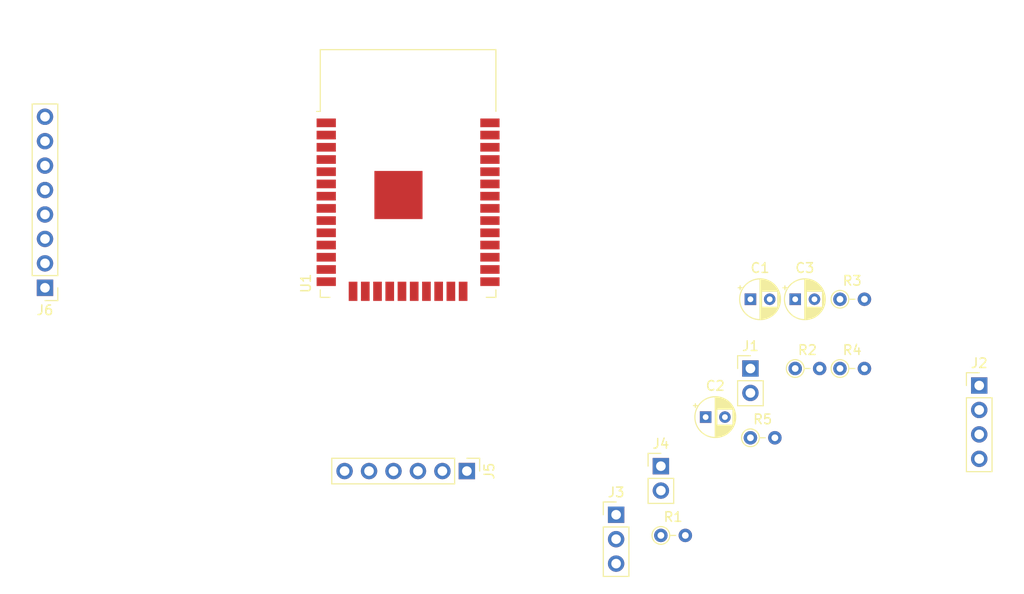
<source format=kicad_pcb>
(kicad_pcb (version 20171130) (host pcbnew "(5.1.10)-1")

  (general
    (thickness 1.6)
    (drawings 0)
    (tracks 0)
    (zones 0)
    (modules 15)
    (nets 29)
  )

  (page A4)
  (layers
    (0 F.Cu signal)
    (31 B.Cu signal)
    (32 B.Adhes user)
    (33 F.Adhes user)
    (34 B.Paste user)
    (35 F.Paste user)
    (36 B.SilkS user)
    (37 F.SilkS user)
    (38 B.Mask user)
    (39 F.Mask user)
    (40 Dwgs.User user)
    (41 Cmts.User user)
    (42 Eco1.User user)
    (43 Eco2.User user)
    (44 Edge.Cuts user)
    (45 Margin user)
    (46 B.CrtYd user)
    (47 F.CrtYd user)
    (48 B.Fab user)
    (49 F.Fab user)
  )

  (setup
    (last_trace_width 0.25)
    (trace_clearance 0.2)
    (zone_clearance 0.508)
    (zone_45_only no)
    (trace_min 0.2)
    (via_size 0.8)
    (via_drill 0.4)
    (via_min_size 0.4)
    (via_min_drill 0.3)
    (uvia_size 0.3)
    (uvia_drill 0.1)
    (uvias_allowed no)
    (uvia_min_size 0.2)
    (uvia_min_drill 0.1)
    (edge_width 0.05)
    (segment_width 0.2)
    (pcb_text_width 0.3)
    (pcb_text_size 1.5 1.5)
    (mod_edge_width 0.12)
    (mod_text_size 1 1)
    (mod_text_width 0.15)
    (pad_size 1.524 1.524)
    (pad_drill 0.762)
    (pad_to_mask_clearance 0)
    (aux_axis_origin 0 0)
    (visible_elements 7FFFFFFF)
    (pcbplotparams
      (layerselection 0x010fc_ffffffff)
      (usegerberextensions false)
      (usegerberattributes true)
      (usegerberadvancedattributes true)
      (creategerberjobfile true)
      (excludeedgelayer true)
      (linewidth 0.100000)
      (plotframeref false)
      (viasonmask false)
      (mode 1)
      (useauxorigin false)
      (hpglpennumber 1)
      (hpglpenspeed 20)
      (hpglpendiameter 15.000000)
      (psnegative false)
      (psa4output false)
      (plotreference true)
      (plotvalue true)
      (plotinvisibletext false)
      (padsonsilk false)
      (subtractmaskfromsilk false)
      (outputformat 1)
      (mirror false)
      (drillshape 1)
      (scaleselection 1)
      (outputdirectory ""))
  )

  (net 0 "")
  (net 1 GND)
  (net 2 "Net-(C1-Pad1)")
  (net 3 /VDD33)
  (net 4 /Boot_Option)
  (net 5 "Net-(J2-Pad1)")
  (net 6 "Net-(J2-Pad2)")
  (net 7 "Net-(J2-Pad3)")
  (net 8 "Net-(J2-Pad4)")
  (net 9 /TXD)
  (net 10 /RXD)
  (net 11 /SCS)
  (net 12 /SCK)
  (net 13 /SWP)
  (net 14 /SHD)
  (net 15 /SDI)
  (net 16 /SDO)
  (net 17 /IO23)
  (net 18 /IO25)
  (net 19 /IO26)
  (net 20 /IO27)
  (net 21 /IO32)
  (net 22 /IO33)
  (net 23 /IO34)
  (net 24 /IO35)
  (net 25 /MTMS)
  (net 26 /MTDI)
  (net 27 /MTCK)
  (net 28 /MTDO)

  (net_class Default "This is the default net class."
    (clearance 0.2)
    (trace_width 0.25)
    (via_dia 0.8)
    (via_drill 0.4)
    (uvia_dia 0.3)
    (uvia_drill 0.1)
    (add_net /Boot_Option)
    (add_net /IO23)
    (add_net /IO25)
    (add_net /IO26)
    (add_net /IO27)
    (add_net /IO32)
    (add_net /IO33)
    (add_net /IO34)
    (add_net /IO35)
    (add_net /MTCK)
    (add_net /MTDI)
    (add_net /MTDO)
    (add_net /MTMS)
    (add_net /RXD)
    (add_net /SCK)
    (add_net /SCS)
    (add_net /SDI)
    (add_net /SDO)
    (add_net /SHD)
    (add_net /SWP)
    (add_net /TXD)
    (add_net /VDD33)
    (add_net GND)
    (add_net "Net-(C1-Pad1)")
    (add_net "Net-(J2-Pad1)")
    (add_net "Net-(J2-Pad2)")
    (add_net "Net-(J2-Pad3)")
    (add_net "Net-(J2-Pad4)")
    (add_net "Net-(U1-Pad24)")
    (add_net "Net-(U1-Pad26)")
    (add_net "Net-(U1-Pad27)")
    (add_net "Net-(U1-Pad28)")
    (add_net "Net-(U1-Pad29)")
    (add_net "Net-(U1-Pad30)")
    (add_net "Net-(U1-Pad31)")
    (add_net "Net-(U1-Pad32)")
    (add_net "Net-(U1-Pad33)")
    (add_net "Net-(U1-Pad36)")
    (add_net "Net-(U1-Pad4)")
    (add_net "Net-(U1-Pad5)")
  )

  (module Resistor_THT:R_Axial_DIN0204_L3.6mm_D1.6mm_P2.54mm_Vertical (layer F.Cu) (tedit 5AE5139B) (tstamp 620B6A72)
    (at 146.925001 129.890001)
    (descr "Resistor, Axial_DIN0204 series, Axial, Vertical, pin pitch=2.54mm, 0.167W, length*diameter=3.6*1.6mm^2, http://cdn-reichelt.de/documents/datenblatt/B400/1_4W%23YAG.pdf")
    (tags "Resistor Axial_DIN0204 series Axial Vertical pin pitch 2.54mm 0.167W length 3.6mm diameter 1.6mm")
    (path /620A0BC0)
    (fp_text reference R5 (at 1.27 -1.92) (layer F.SilkS)
      (effects (font (size 1 1) (thickness 0.15)))
    )
    (fp_text value 100 (at 1.27 1.92) (layer F.Fab)
      (effects (font (size 1 1) (thickness 0.15)))
    )
    (fp_text user %R (at 1.27 -1.92) (layer F.Fab)
      (effects (font (size 1 1) (thickness 0.15)))
    )
    (fp_circle (center 0 0) (end 0.8 0) (layer F.Fab) (width 0.1))
    (fp_circle (center 0 0) (end 0.92 0) (layer F.SilkS) (width 0.12))
    (fp_line (start 0 0) (end 2.54 0) (layer F.Fab) (width 0.1))
    (fp_line (start 0.92 0) (end 1.54 0) (layer F.SilkS) (width 0.12))
    (fp_line (start -1.05 -1.05) (end -1.05 1.05) (layer F.CrtYd) (width 0.05))
    (fp_line (start -1.05 1.05) (end 3.49 1.05) (layer F.CrtYd) (width 0.05))
    (fp_line (start 3.49 1.05) (end 3.49 -1.05) (layer F.CrtYd) (width 0.05))
    (fp_line (start 3.49 -1.05) (end -1.05 -1.05) (layer F.CrtYd) (width 0.05))
    (pad 2 thru_hole oval (at 2.54 0) (size 1.4 1.4) (drill 0.7) (layers *.Cu *.Mask)
      (net 28 /MTDO))
    (pad 1 thru_hole circle (at 0 0) (size 1.4 1.4) (drill 0.7) (layers *.Cu *.Mask)
      (net 8 "Net-(J2-Pad4)"))
    (model ${KISYS3DMOD}/Resistor_THT.3dshapes/R_Axial_DIN0204_L3.6mm_D1.6mm_P2.54mm_Vertical.wrl
      (at (xyz 0 0 0))
      (scale (xyz 1 1 1))
      (rotate (xyz 0 0 0))
    )
  )

  (module Resistor_THT:R_Axial_DIN0204_L3.6mm_D1.6mm_P2.54mm_Vertical (layer F.Cu) (tedit 5AE5139B) (tstamp 620B6AF0)
    (at 156.225001 122.690001)
    (descr "Resistor, Axial_DIN0204 series, Axial, Vertical, pin pitch=2.54mm, 0.167W, length*diameter=3.6*1.6mm^2, http://cdn-reichelt.de/documents/datenblatt/B400/1_4W%23YAG.pdf")
    (tags "Resistor Axial_DIN0204 series Axial Vertical pin pitch 2.54mm 0.167W length 3.6mm diameter 1.6mm")
    (path /620A09BA)
    (fp_text reference R4 (at 1.27 -1.92) (layer F.SilkS)
      (effects (font (size 1 1) (thickness 0.15)))
    )
    (fp_text value 100 (at 1.27 1.92) (layer F.Fab)
      (effects (font (size 1 1) (thickness 0.15)))
    )
    (fp_text user %R (at 1.27 -1.92) (layer F.Fab)
      (effects (font (size 1 1) (thickness 0.15)))
    )
    (fp_circle (center 0 0) (end 0.8 0) (layer F.Fab) (width 0.1))
    (fp_circle (center 0 0) (end 0.92 0) (layer F.SilkS) (width 0.12))
    (fp_line (start 0 0) (end 2.54 0) (layer F.Fab) (width 0.1))
    (fp_line (start 0.92 0) (end 1.54 0) (layer F.SilkS) (width 0.12))
    (fp_line (start -1.05 -1.05) (end -1.05 1.05) (layer F.CrtYd) (width 0.05))
    (fp_line (start -1.05 1.05) (end 3.49 1.05) (layer F.CrtYd) (width 0.05))
    (fp_line (start 3.49 1.05) (end 3.49 -1.05) (layer F.CrtYd) (width 0.05))
    (fp_line (start 3.49 -1.05) (end -1.05 -1.05) (layer F.CrtYd) (width 0.05))
    (pad 2 thru_hole oval (at 2.54 0) (size 1.4 1.4) (drill 0.7) (layers *.Cu *.Mask)
      (net 27 /MTCK))
    (pad 1 thru_hole circle (at 0 0) (size 1.4 1.4) (drill 0.7) (layers *.Cu *.Mask)
      (net 7 "Net-(J2-Pad3)"))
    (model ${KISYS3DMOD}/Resistor_THT.3dshapes/R_Axial_DIN0204_L3.6mm_D1.6mm_P2.54mm_Vertical.wrl
      (at (xyz 0 0 0))
      (scale (xyz 1 1 1))
      (rotate (xyz 0 0 0))
    )
  )

  (module Resistor_THT:R_Axial_DIN0204_L3.6mm_D1.6mm_P2.54mm_Vertical (layer F.Cu) (tedit 5AE5139B) (tstamp 620B6AB1)
    (at 156.225001 115.490001)
    (descr "Resistor, Axial_DIN0204 series, Axial, Vertical, pin pitch=2.54mm, 0.167W, length*diameter=3.6*1.6mm^2, http://cdn-reichelt.de/documents/datenblatt/B400/1_4W%23YAG.pdf")
    (tags "Resistor Axial_DIN0204 series Axial Vertical pin pitch 2.54mm 0.167W length 3.6mm diameter 1.6mm")
    (path /6209FB1B)
    (fp_text reference R3 (at 1.27 -1.92) (layer F.SilkS)
      (effects (font (size 1 1) (thickness 0.15)))
    )
    (fp_text value 100 (at 1.27 1.92) (layer F.Fab)
      (effects (font (size 1 1) (thickness 0.15)))
    )
    (fp_text user %R (at 1.27 -1.92) (layer F.Fab)
      (effects (font (size 1 1) (thickness 0.15)))
    )
    (fp_circle (center 0 0) (end 0.8 0) (layer F.Fab) (width 0.1))
    (fp_circle (center 0 0) (end 0.92 0) (layer F.SilkS) (width 0.12))
    (fp_line (start 0 0) (end 2.54 0) (layer F.Fab) (width 0.1))
    (fp_line (start 0.92 0) (end 1.54 0) (layer F.SilkS) (width 0.12))
    (fp_line (start -1.05 -1.05) (end -1.05 1.05) (layer F.CrtYd) (width 0.05))
    (fp_line (start -1.05 1.05) (end 3.49 1.05) (layer F.CrtYd) (width 0.05))
    (fp_line (start 3.49 1.05) (end 3.49 -1.05) (layer F.CrtYd) (width 0.05))
    (fp_line (start 3.49 -1.05) (end -1.05 -1.05) (layer F.CrtYd) (width 0.05))
    (pad 2 thru_hole oval (at 2.54 0) (size 1.4 1.4) (drill 0.7) (layers *.Cu *.Mask)
      (net 26 /MTDI))
    (pad 1 thru_hole circle (at 0 0) (size 1.4 1.4) (drill 0.7) (layers *.Cu *.Mask)
      (net 6 "Net-(J2-Pad2)"))
    (model ${KISYS3DMOD}/Resistor_THT.3dshapes/R_Axial_DIN0204_L3.6mm_D1.6mm_P2.54mm_Vertical.wrl
      (at (xyz 0 0 0))
      (scale (xyz 1 1 1))
      (rotate (xyz 0 0 0))
    )
  )

  (module Resistor_THT:R_Axial_DIN0204_L3.6mm_D1.6mm_P2.54mm_Vertical (layer F.Cu) (tedit 5AE5139B) (tstamp 620B69B5)
    (at 151.575001 122.690001)
    (descr "Resistor, Axial_DIN0204 series, Axial, Vertical, pin pitch=2.54mm, 0.167W, length*diameter=3.6*1.6mm^2, http://cdn-reichelt.de/documents/datenblatt/B400/1_4W%23YAG.pdf")
    (tags "Resistor Axial_DIN0204 series Axial Vertical pin pitch 2.54mm 0.167W length 3.6mm diameter 1.6mm")
    (path /6209F2AC)
    (fp_text reference R2 (at 1.27 -1.92) (layer F.SilkS)
      (effects (font (size 1 1) (thickness 0.15)))
    )
    (fp_text value 100 (at 1.27 1.92) (layer F.Fab)
      (effects (font (size 1 1) (thickness 0.15)))
    )
    (fp_text user %R (at 1.27 -1.92) (layer F.Fab)
      (effects (font (size 1 1) (thickness 0.15)))
    )
    (fp_circle (center 0 0) (end 0.8 0) (layer F.Fab) (width 0.1))
    (fp_circle (center 0 0) (end 0.92 0) (layer F.SilkS) (width 0.12))
    (fp_line (start 0 0) (end 2.54 0) (layer F.Fab) (width 0.1))
    (fp_line (start 0.92 0) (end 1.54 0) (layer F.SilkS) (width 0.12))
    (fp_line (start -1.05 -1.05) (end -1.05 1.05) (layer F.CrtYd) (width 0.05))
    (fp_line (start -1.05 1.05) (end 3.49 1.05) (layer F.CrtYd) (width 0.05))
    (fp_line (start 3.49 1.05) (end 3.49 -1.05) (layer F.CrtYd) (width 0.05))
    (fp_line (start 3.49 -1.05) (end -1.05 -1.05) (layer F.CrtYd) (width 0.05))
    (pad 2 thru_hole oval (at 2.54 0) (size 1.4 1.4) (drill 0.7) (layers *.Cu *.Mask)
      (net 25 /MTMS))
    (pad 1 thru_hole circle (at 0 0) (size 1.4 1.4) (drill 0.7) (layers *.Cu *.Mask)
      (net 5 "Net-(J2-Pad1)"))
    (model ${KISYS3DMOD}/Resistor_THT.3dshapes/R_Axial_DIN0204_L3.6mm_D1.6mm_P2.54mm_Vertical.wrl
      (at (xyz 0 0 0))
      (scale (xyz 1 1 1))
      (rotate (xyz 0 0 0))
    )
  )

  (module Resistor_THT:R_Axial_DIN0204_L3.6mm_D1.6mm_P2.54mm_Vertical (layer F.Cu) (tedit 5AE5139B) (tstamp 620B6C04)
    (at 137.625001 140.040001)
    (descr "Resistor, Axial_DIN0204 series, Axial, Vertical, pin pitch=2.54mm, 0.167W, length*diameter=3.6*1.6mm^2, http://cdn-reichelt.de/documents/datenblatt/B400/1_4W%23YAG.pdf")
    (tags "Resistor Axial_DIN0204 series Axial Vertical pin pitch 2.54mm 0.167W length 3.6mm diameter 1.6mm")
    (path /6208E6BA)
    (fp_text reference R1 (at 1.27 -1.92) (layer F.SilkS)
      (effects (font (size 1 1) (thickness 0.15)))
    )
    (fp_text value 10K (at 1.27 1.92) (layer F.Fab)
      (effects (font (size 1 1) (thickness 0.15)))
    )
    (fp_text user %R (at 1.27 -1.92) (layer F.Fab)
      (effects (font (size 1 1) (thickness 0.15)))
    )
    (fp_circle (center 0 0) (end 0.8 0) (layer F.Fab) (width 0.1))
    (fp_circle (center 0 0) (end 0.92 0) (layer F.SilkS) (width 0.12))
    (fp_line (start 0 0) (end 2.54 0) (layer F.Fab) (width 0.1))
    (fp_line (start 0.92 0) (end 1.54 0) (layer F.SilkS) (width 0.12))
    (fp_line (start -1.05 -1.05) (end -1.05 1.05) (layer F.CrtYd) (width 0.05))
    (fp_line (start -1.05 1.05) (end 3.49 1.05) (layer F.CrtYd) (width 0.05))
    (fp_line (start 3.49 1.05) (end 3.49 -1.05) (layer F.CrtYd) (width 0.05))
    (fp_line (start 3.49 -1.05) (end -1.05 -1.05) (layer F.CrtYd) (width 0.05))
    (pad 2 thru_hole oval (at 2.54 0) (size 1.4 1.4) (drill 0.7) (layers *.Cu *.Mask)
      (net 2 "Net-(C1-Pad1)"))
    (pad 1 thru_hole circle (at 0 0) (size 1.4 1.4) (drill 0.7) (layers *.Cu *.Mask)
      (net 3 /VDD33))
    (model ${KISYS3DMOD}/Resistor_THT.3dshapes/R_Axial_DIN0204_L3.6mm_D1.6mm_P2.54mm_Vertical.wrl
      (at (xyz 0 0 0))
      (scale (xyz 1 1 1))
      (rotate (xyz 0 0 0))
    )
  )

  (module Capacitor_THT:CP_Radial_D4.0mm_P2.00mm (layer F.Cu) (tedit 5AE50EF0) (tstamp 620B6C43)
    (at 151.575001 115.490001)
    (descr "CP, Radial series, Radial, pin pitch=2.00mm, , diameter=4mm, Electrolytic Capacitor")
    (tags "CP Radial series Radial pin pitch 2.00mm  diameter 4mm Electrolytic Capacitor")
    (path /6208DCCB)
    (fp_text reference C3 (at 1 -3.25) (layer F.SilkS)
      (effects (font (size 1 1) (thickness 0.15)))
    )
    (fp_text value 0.1uF (at 1 3.25) (layer F.Fab)
      (effects (font (size 1 1) (thickness 0.15)))
    )
    (fp_text user %R (at 1 0) (layer F.Fab)
      (effects (font (size 0.8 0.8) (thickness 0.12)))
    )
    (fp_circle (center 1 0) (end 3 0) (layer F.Fab) (width 0.1))
    (fp_circle (center 1 0) (end 3.12 0) (layer F.SilkS) (width 0.12))
    (fp_circle (center 1 0) (end 3.25 0) (layer F.CrtYd) (width 0.05))
    (fp_line (start -0.702554 -0.8675) (end -0.302554 -0.8675) (layer F.Fab) (width 0.1))
    (fp_line (start -0.502554 -1.0675) (end -0.502554 -0.6675) (layer F.Fab) (width 0.1))
    (fp_line (start 1 -2.08) (end 1 2.08) (layer F.SilkS) (width 0.12))
    (fp_line (start 1.04 -2.08) (end 1.04 2.08) (layer F.SilkS) (width 0.12))
    (fp_line (start 1.08 -2.079) (end 1.08 2.079) (layer F.SilkS) (width 0.12))
    (fp_line (start 1.12 -2.077) (end 1.12 2.077) (layer F.SilkS) (width 0.12))
    (fp_line (start 1.16 -2.074) (end 1.16 2.074) (layer F.SilkS) (width 0.12))
    (fp_line (start 1.2 -2.071) (end 1.2 -0.84) (layer F.SilkS) (width 0.12))
    (fp_line (start 1.2 0.84) (end 1.2 2.071) (layer F.SilkS) (width 0.12))
    (fp_line (start 1.24 -2.067) (end 1.24 -0.84) (layer F.SilkS) (width 0.12))
    (fp_line (start 1.24 0.84) (end 1.24 2.067) (layer F.SilkS) (width 0.12))
    (fp_line (start 1.28 -2.062) (end 1.28 -0.84) (layer F.SilkS) (width 0.12))
    (fp_line (start 1.28 0.84) (end 1.28 2.062) (layer F.SilkS) (width 0.12))
    (fp_line (start 1.32 -2.056) (end 1.32 -0.84) (layer F.SilkS) (width 0.12))
    (fp_line (start 1.32 0.84) (end 1.32 2.056) (layer F.SilkS) (width 0.12))
    (fp_line (start 1.36 -2.05) (end 1.36 -0.84) (layer F.SilkS) (width 0.12))
    (fp_line (start 1.36 0.84) (end 1.36 2.05) (layer F.SilkS) (width 0.12))
    (fp_line (start 1.4 -2.042) (end 1.4 -0.84) (layer F.SilkS) (width 0.12))
    (fp_line (start 1.4 0.84) (end 1.4 2.042) (layer F.SilkS) (width 0.12))
    (fp_line (start 1.44 -2.034) (end 1.44 -0.84) (layer F.SilkS) (width 0.12))
    (fp_line (start 1.44 0.84) (end 1.44 2.034) (layer F.SilkS) (width 0.12))
    (fp_line (start 1.48 -2.025) (end 1.48 -0.84) (layer F.SilkS) (width 0.12))
    (fp_line (start 1.48 0.84) (end 1.48 2.025) (layer F.SilkS) (width 0.12))
    (fp_line (start 1.52 -2.016) (end 1.52 -0.84) (layer F.SilkS) (width 0.12))
    (fp_line (start 1.52 0.84) (end 1.52 2.016) (layer F.SilkS) (width 0.12))
    (fp_line (start 1.56 -2.005) (end 1.56 -0.84) (layer F.SilkS) (width 0.12))
    (fp_line (start 1.56 0.84) (end 1.56 2.005) (layer F.SilkS) (width 0.12))
    (fp_line (start 1.6 -1.994) (end 1.6 -0.84) (layer F.SilkS) (width 0.12))
    (fp_line (start 1.6 0.84) (end 1.6 1.994) (layer F.SilkS) (width 0.12))
    (fp_line (start 1.64 -1.982) (end 1.64 -0.84) (layer F.SilkS) (width 0.12))
    (fp_line (start 1.64 0.84) (end 1.64 1.982) (layer F.SilkS) (width 0.12))
    (fp_line (start 1.68 -1.968) (end 1.68 -0.84) (layer F.SilkS) (width 0.12))
    (fp_line (start 1.68 0.84) (end 1.68 1.968) (layer F.SilkS) (width 0.12))
    (fp_line (start 1.721 -1.954) (end 1.721 -0.84) (layer F.SilkS) (width 0.12))
    (fp_line (start 1.721 0.84) (end 1.721 1.954) (layer F.SilkS) (width 0.12))
    (fp_line (start 1.761 -1.94) (end 1.761 -0.84) (layer F.SilkS) (width 0.12))
    (fp_line (start 1.761 0.84) (end 1.761 1.94) (layer F.SilkS) (width 0.12))
    (fp_line (start 1.801 -1.924) (end 1.801 -0.84) (layer F.SilkS) (width 0.12))
    (fp_line (start 1.801 0.84) (end 1.801 1.924) (layer F.SilkS) (width 0.12))
    (fp_line (start 1.841 -1.907) (end 1.841 -0.84) (layer F.SilkS) (width 0.12))
    (fp_line (start 1.841 0.84) (end 1.841 1.907) (layer F.SilkS) (width 0.12))
    (fp_line (start 1.881 -1.889) (end 1.881 -0.84) (layer F.SilkS) (width 0.12))
    (fp_line (start 1.881 0.84) (end 1.881 1.889) (layer F.SilkS) (width 0.12))
    (fp_line (start 1.921 -1.87) (end 1.921 -0.84) (layer F.SilkS) (width 0.12))
    (fp_line (start 1.921 0.84) (end 1.921 1.87) (layer F.SilkS) (width 0.12))
    (fp_line (start 1.961 -1.851) (end 1.961 -0.84) (layer F.SilkS) (width 0.12))
    (fp_line (start 1.961 0.84) (end 1.961 1.851) (layer F.SilkS) (width 0.12))
    (fp_line (start 2.001 -1.83) (end 2.001 -0.84) (layer F.SilkS) (width 0.12))
    (fp_line (start 2.001 0.84) (end 2.001 1.83) (layer F.SilkS) (width 0.12))
    (fp_line (start 2.041 -1.808) (end 2.041 -0.84) (layer F.SilkS) (width 0.12))
    (fp_line (start 2.041 0.84) (end 2.041 1.808) (layer F.SilkS) (width 0.12))
    (fp_line (start 2.081 -1.785) (end 2.081 -0.84) (layer F.SilkS) (width 0.12))
    (fp_line (start 2.081 0.84) (end 2.081 1.785) (layer F.SilkS) (width 0.12))
    (fp_line (start 2.121 -1.76) (end 2.121 -0.84) (layer F.SilkS) (width 0.12))
    (fp_line (start 2.121 0.84) (end 2.121 1.76) (layer F.SilkS) (width 0.12))
    (fp_line (start 2.161 -1.735) (end 2.161 -0.84) (layer F.SilkS) (width 0.12))
    (fp_line (start 2.161 0.84) (end 2.161 1.735) (layer F.SilkS) (width 0.12))
    (fp_line (start 2.201 -1.708) (end 2.201 -0.84) (layer F.SilkS) (width 0.12))
    (fp_line (start 2.201 0.84) (end 2.201 1.708) (layer F.SilkS) (width 0.12))
    (fp_line (start 2.241 -1.68) (end 2.241 -0.84) (layer F.SilkS) (width 0.12))
    (fp_line (start 2.241 0.84) (end 2.241 1.68) (layer F.SilkS) (width 0.12))
    (fp_line (start 2.281 -1.65) (end 2.281 -0.84) (layer F.SilkS) (width 0.12))
    (fp_line (start 2.281 0.84) (end 2.281 1.65) (layer F.SilkS) (width 0.12))
    (fp_line (start 2.321 -1.619) (end 2.321 -0.84) (layer F.SilkS) (width 0.12))
    (fp_line (start 2.321 0.84) (end 2.321 1.619) (layer F.SilkS) (width 0.12))
    (fp_line (start 2.361 -1.587) (end 2.361 -0.84) (layer F.SilkS) (width 0.12))
    (fp_line (start 2.361 0.84) (end 2.361 1.587) (layer F.SilkS) (width 0.12))
    (fp_line (start 2.401 -1.552) (end 2.401 -0.84) (layer F.SilkS) (width 0.12))
    (fp_line (start 2.401 0.84) (end 2.401 1.552) (layer F.SilkS) (width 0.12))
    (fp_line (start 2.441 -1.516) (end 2.441 -0.84) (layer F.SilkS) (width 0.12))
    (fp_line (start 2.441 0.84) (end 2.441 1.516) (layer F.SilkS) (width 0.12))
    (fp_line (start 2.481 -1.478) (end 2.481 -0.84) (layer F.SilkS) (width 0.12))
    (fp_line (start 2.481 0.84) (end 2.481 1.478) (layer F.SilkS) (width 0.12))
    (fp_line (start 2.521 -1.438) (end 2.521 -0.84) (layer F.SilkS) (width 0.12))
    (fp_line (start 2.521 0.84) (end 2.521 1.438) (layer F.SilkS) (width 0.12))
    (fp_line (start 2.561 -1.396) (end 2.561 -0.84) (layer F.SilkS) (width 0.12))
    (fp_line (start 2.561 0.84) (end 2.561 1.396) (layer F.SilkS) (width 0.12))
    (fp_line (start 2.601 -1.351) (end 2.601 -0.84) (layer F.SilkS) (width 0.12))
    (fp_line (start 2.601 0.84) (end 2.601 1.351) (layer F.SilkS) (width 0.12))
    (fp_line (start 2.641 -1.304) (end 2.641 -0.84) (layer F.SilkS) (width 0.12))
    (fp_line (start 2.641 0.84) (end 2.641 1.304) (layer F.SilkS) (width 0.12))
    (fp_line (start 2.681 -1.254) (end 2.681 -0.84) (layer F.SilkS) (width 0.12))
    (fp_line (start 2.681 0.84) (end 2.681 1.254) (layer F.SilkS) (width 0.12))
    (fp_line (start 2.721 -1.2) (end 2.721 -0.84) (layer F.SilkS) (width 0.12))
    (fp_line (start 2.721 0.84) (end 2.721 1.2) (layer F.SilkS) (width 0.12))
    (fp_line (start 2.761 -1.142) (end 2.761 -0.84) (layer F.SilkS) (width 0.12))
    (fp_line (start 2.761 0.84) (end 2.761 1.142) (layer F.SilkS) (width 0.12))
    (fp_line (start 2.801 -1.08) (end 2.801 -0.84) (layer F.SilkS) (width 0.12))
    (fp_line (start 2.801 0.84) (end 2.801 1.08) (layer F.SilkS) (width 0.12))
    (fp_line (start 2.841 -1.013) (end 2.841 1.013) (layer F.SilkS) (width 0.12))
    (fp_line (start 2.881 -0.94) (end 2.881 0.94) (layer F.SilkS) (width 0.12))
    (fp_line (start 2.921 -0.859) (end 2.921 0.859) (layer F.SilkS) (width 0.12))
    (fp_line (start 2.961 -0.768) (end 2.961 0.768) (layer F.SilkS) (width 0.12))
    (fp_line (start 3.001 -0.664) (end 3.001 0.664) (layer F.SilkS) (width 0.12))
    (fp_line (start 3.041 -0.537) (end 3.041 0.537) (layer F.SilkS) (width 0.12))
    (fp_line (start 3.081 -0.37) (end 3.081 0.37) (layer F.SilkS) (width 0.12))
    (fp_line (start -1.269801 -1.195) (end -0.869801 -1.195) (layer F.SilkS) (width 0.12))
    (fp_line (start -1.069801 -1.395) (end -1.069801 -0.995) (layer F.SilkS) (width 0.12))
    (pad 2 thru_hole circle (at 2 0) (size 1.2 1.2) (drill 0.6) (layers *.Cu *.Mask)
      (net 1 GND))
    (pad 1 thru_hole rect (at 0 0) (size 1.2 1.2) (drill 0.6) (layers *.Cu *.Mask)
      (net 3 /VDD33))
    (model ${KISYS3DMOD}/Capacitor_THT.3dshapes/CP_Radial_D4.0mm_P2.00mm.wrl
      (at (xyz 0 0 0))
      (scale (xyz 1 1 1))
      (rotate (xyz 0 0 0))
    )
  )

  (module Capacitor_THT:CP_Radial_D4.0mm_P2.00mm (layer F.Cu) (tedit 5AE50EF0) (tstamp 620B6A33)
    (at 142.275001 127.740001)
    (descr "CP, Radial series, Radial, pin pitch=2.00mm, , diameter=4mm, Electrolytic Capacitor")
    (tags "CP Radial series Radial pin pitch 2.00mm  diameter 4mm Electrolytic Capacitor")
    (path /6208DCD1)
    (fp_text reference C2 (at 1 -3.25) (layer F.SilkS)
      (effects (font (size 1 1) (thickness 0.15)))
    )
    (fp_text value 10uF (at 1 3.25) (layer F.Fab)
      (effects (font (size 1 1) (thickness 0.15)))
    )
    (fp_text user %R (at 1 0) (layer F.Fab)
      (effects (font (size 0.8 0.8) (thickness 0.12)))
    )
    (fp_circle (center 1 0) (end 3 0) (layer F.Fab) (width 0.1))
    (fp_circle (center 1 0) (end 3.12 0) (layer F.SilkS) (width 0.12))
    (fp_circle (center 1 0) (end 3.25 0) (layer F.CrtYd) (width 0.05))
    (fp_line (start -0.702554 -0.8675) (end -0.302554 -0.8675) (layer F.Fab) (width 0.1))
    (fp_line (start -0.502554 -1.0675) (end -0.502554 -0.6675) (layer F.Fab) (width 0.1))
    (fp_line (start 1 -2.08) (end 1 2.08) (layer F.SilkS) (width 0.12))
    (fp_line (start 1.04 -2.08) (end 1.04 2.08) (layer F.SilkS) (width 0.12))
    (fp_line (start 1.08 -2.079) (end 1.08 2.079) (layer F.SilkS) (width 0.12))
    (fp_line (start 1.12 -2.077) (end 1.12 2.077) (layer F.SilkS) (width 0.12))
    (fp_line (start 1.16 -2.074) (end 1.16 2.074) (layer F.SilkS) (width 0.12))
    (fp_line (start 1.2 -2.071) (end 1.2 -0.84) (layer F.SilkS) (width 0.12))
    (fp_line (start 1.2 0.84) (end 1.2 2.071) (layer F.SilkS) (width 0.12))
    (fp_line (start 1.24 -2.067) (end 1.24 -0.84) (layer F.SilkS) (width 0.12))
    (fp_line (start 1.24 0.84) (end 1.24 2.067) (layer F.SilkS) (width 0.12))
    (fp_line (start 1.28 -2.062) (end 1.28 -0.84) (layer F.SilkS) (width 0.12))
    (fp_line (start 1.28 0.84) (end 1.28 2.062) (layer F.SilkS) (width 0.12))
    (fp_line (start 1.32 -2.056) (end 1.32 -0.84) (layer F.SilkS) (width 0.12))
    (fp_line (start 1.32 0.84) (end 1.32 2.056) (layer F.SilkS) (width 0.12))
    (fp_line (start 1.36 -2.05) (end 1.36 -0.84) (layer F.SilkS) (width 0.12))
    (fp_line (start 1.36 0.84) (end 1.36 2.05) (layer F.SilkS) (width 0.12))
    (fp_line (start 1.4 -2.042) (end 1.4 -0.84) (layer F.SilkS) (width 0.12))
    (fp_line (start 1.4 0.84) (end 1.4 2.042) (layer F.SilkS) (width 0.12))
    (fp_line (start 1.44 -2.034) (end 1.44 -0.84) (layer F.SilkS) (width 0.12))
    (fp_line (start 1.44 0.84) (end 1.44 2.034) (layer F.SilkS) (width 0.12))
    (fp_line (start 1.48 -2.025) (end 1.48 -0.84) (layer F.SilkS) (width 0.12))
    (fp_line (start 1.48 0.84) (end 1.48 2.025) (layer F.SilkS) (width 0.12))
    (fp_line (start 1.52 -2.016) (end 1.52 -0.84) (layer F.SilkS) (width 0.12))
    (fp_line (start 1.52 0.84) (end 1.52 2.016) (layer F.SilkS) (width 0.12))
    (fp_line (start 1.56 -2.005) (end 1.56 -0.84) (layer F.SilkS) (width 0.12))
    (fp_line (start 1.56 0.84) (end 1.56 2.005) (layer F.SilkS) (width 0.12))
    (fp_line (start 1.6 -1.994) (end 1.6 -0.84) (layer F.SilkS) (width 0.12))
    (fp_line (start 1.6 0.84) (end 1.6 1.994) (layer F.SilkS) (width 0.12))
    (fp_line (start 1.64 -1.982) (end 1.64 -0.84) (layer F.SilkS) (width 0.12))
    (fp_line (start 1.64 0.84) (end 1.64 1.982) (layer F.SilkS) (width 0.12))
    (fp_line (start 1.68 -1.968) (end 1.68 -0.84) (layer F.SilkS) (width 0.12))
    (fp_line (start 1.68 0.84) (end 1.68 1.968) (layer F.SilkS) (width 0.12))
    (fp_line (start 1.721 -1.954) (end 1.721 -0.84) (layer F.SilkS) (width 0.12))
    (fp_line (start 1.721 0.84) (end 1.721 1.954) (layer F.SilkS) (width 0.12))
    (fp_line (start 1.761 -1.94) (end 1.761 -0.84) (layer F.SilkS) (width 0.12))
    (fp_line (start 1.761 0.84) (end 1.761 1.94) (layer F.SilkS) (width 0.12))
    (fp_line (start 1.801 -1.924) (end 1.801 -0.84) (layer F.SilkS) (width 0.12))
    (fp_line (start 1.801 0.84) (end 1.801 1.924) (layer F.SilkS) (width 0.12))
    (fp_line (start 1.841 -1.907) (end 1.841 -0.84) (layer F.SilkS) (width 0.12))
    (fp_line (start 1.841 0.84) (end 1.841 1.907) (layer F.SilkS) (width 0.12))
    (fp_line (start 1.881 -1.889) (end 1.881 -0.84) (layer F.SilkS) (width 0.12))
    (fp_line (start 1.881 0.84) (end 1.881 1.889) (layer F.SilkS) (width 0.12))
    (fp_line (start 1.921 -1.87) (end 1.921 -0.84) (layer F.SilkS) (width 0.12))
    (fp_line (start 1.921 0.84) (end 1.921 1.87) (layer F.SilkS) (width 0.12))
    (fp_line (start 1.961 -1.851) (end 1.961 -0.84) (layer F.SilkS) (width 0.12))
    (fp_line (start 1.961 0.84) (end 1.961 1.851) (layer F.SilkS) (width 0.12))
    (fp_line (start 2.001 -1.83) (end 2.001 -0.84) (layer F.SilkS) (width 0.12))
    (fp_line (start 2.001 0.84) (end 2.001 1.83) (layer F.SilkS) (width 0.12))
    (fp_line (start 2.041 -1.808) (end 2.041 -0.84) (layer F.SilkS) (width 0.12))
    (fp_line (start 2.041 0.84) (end 2.041 1.808) (layer F.SilkS) (width 0.12))
    (fp_line (start 2.081 -1.785) (end 2.081 -0.84) (layer F.SilkS) (width 0.12))
    (fp_line (start 2.081 0.84) (end 2.081 1.785) (layer F.SilkS) (width 0.12))
    (fp_line (start 2.121 -1.76) (end 2.121 -0.84) (layer F.SilkS) (width 0.12))
    (fp_line (start 2.121 0.84) (end 2.121 1.76) (layer F.SilkS) (width 0.12))
    (fp_line (start 2.161 -1.735) (end 2.161 -0.84) (layer F.SilkS) (width 0.12))
    (fp_line (start 2.161 0.84) (end 2.161 1.735) (layer F.SilkS) (width 0.12))
    (fp_line (start 2.201 -1.708) (end 2.201 -0.84) (layer F.SilkS) (width 0.12))
    (fp_line (start 2.201 0.84) (end 2.201 1.708) (layer F.SilkS) (width 0.12))
    (fp_line (start 2.241 -1.68) (end 2.241 -0.84) (layer F.SilkS) (width 0.12))
    (fp_line (start 2.241 0.84) (end 2.241 1.68) (layer F.SilkS) (width 0.12))
    (fp_line (start 2.281 -1.65) (end 2.281 -0.84) (layer F.SilkS) (width 0.12))
    (fp_line (start 2.281 0.84) (end 2.281 1.65) (layer F.SilkS) (width 0.12))
    (fp_line (start 2.321 -1.619) (end 2.321 -0.84) (layer F.SilkS) (width 0.12))
    (fp_line (start 2.321 0.84) (end 2.321 1.619) (layer F.SilkS) (width 0.12))
    (fp_line (start 2.361 -1.587) (end 2.361 -0.84) (layer F.SilkS) (width 0.12))
    (fp_line (start 2.361 0.84) (end 2.361 1.587) (layer F.SilkS) (width 0.12))
    (fp_line (start 2.401 -1.552) (end 2.401 -0.84) (layer F.SilkS) (width 0.12))
    (fp_line (start 2.401 0.84) (end 2.401 1.552) (layer F.SilkS) (width 0.12))
    (fp_line (start 2.441 -1.516) (end 2.441 -0.84) (layer F.SilkS) (width 0.12))
    (fp_line (start 2.441 0.84) (end 2.441 1.516) (layer F.SilkS) (width 0.12))
    (fp_line (start 2.481 -1.478) (end 2.481 -0.84) (layer F.SilkS) (width 0.12))
    (fp_line (start 2.481 0.84) (end 2.481 1.478) (layer F.SilkS) (width 0.12))
    (fp_line (start 2.521 -1.438) (end 2.521 -0.84) (layer F.SilkS) (width 0.12))
    (fp_line (start 2.521 0.84) (end 2.521 1.438) (layer F.SilkS) (width 0.12))
    (fp_line (start 2.561 -1.396) (end 2.561 -0.84) (layer F.SilkS) (width 0.12))
    (fp_line (start 2.561 0.84) (end 2.561 1.396) (layer F.SilkS) (width 0.12))
    (fp_line (start 2.601 -1.351) (end 2.601 -0.84) (layer F.SilkS) (width 0.12))
    (fp_line (start 2.601 0.84) (end 2.601 1.351) (layer F.SilkS) (width 0.12))
    (fp_line (start 2.641 -1.304) (end 2.641 -0.84) (layer F.SilkS) (width 0.12))
    (fp_line (start 2.641 0.84) (end 2.641 1.304) (layer F.SilkS) (width 0.12))
    (fp_line (start 2.681 -1.254) (end 2.681 -0.84) (layer F.SilkS) (width 0.12))
    (fp_line (start 2.681 0.84) (end 2.681 1.254) (layer F.SilkS) (width 0.12))
    (fp_line (start 2.721 -1.2) (end 2.721 -0.84) (layer F.SilkS) (width 0.12))
    (fp_line (start 2.721 0.84) (end 2.721 1.2) (layer F.SilkS) (width 0.12))
    (fp_line (start 2.761 -1.142) (end 2.761 -0.84) (layer F.SilkS) (width 0.12))
    (fp_line (start 2.761 0.84) (end 2.761 1.142) (layer F.SilkS) (width 0.12))
    (fp_line (start 2.801 -1.08) (end 2.801 -0.84) (layer F.SilkS) (width 0.12))
    (fp_line (start 2.801 0.84) (end 2.801 1.08) (layer F.SilkS) (width 0.12))
    (fp_line (start 2.841 -1.013) (end 2.841 1.013) (layer F.SilkS) (width 0.12))
    (fp_line (start 2.881 -0.94) (end 2.881 0.94) (layer F.SilkS) (width 0.12))
    (fp_line (start 2.921 -0.859) (end 2.921 0.859) (layer F.SilkS) (width 0.12))
    (fp_line (start 2.961 -0.768) (end 2.961 0.768) (layer F.SilkS) (width 0.12))
    (fp_line (start 3.001 -0.664) (end 3.001 0.664) (layer F.SilkS) (width 0.12))
    (fp_line (start 3.041 -0.537) (end 3.041 0.537) (layer F.SilkS) (width 0.12))
    (fp_line (start 3.081 -0.37) (end 3.081 0.37) (layer F.SilkS) (width 0.12))
    (fp_line (start -1.269801 -1.195) (end -0.869801 -1.195) (layer F.SilkS) (width 0.12))
    (fp_line (start -1.069801 -1.395) (end -1.069801 -0.995) (layer F.SilkS) (width 0.12))
    (pad 2 thru_hole circle (at 2 0) (size 1.2 1.2) (drill 0.6) (layers *.Cu *.Mask)
      (net 1 GND))
    (pad 1 thru_hole rect (at 0 0) (size 1.2 1.2) (drill 0.6) (layers *.Cu *.Mask)
      (net 3 /VDD33))
    (model ${KISYS3DMOD}/Capacitor_THT.3dshapes/CP_Radial_D4.0mm_P2.00mm.wrl
      (at (xyz 0 0 0))
      (scale (xyz 1 1 1))
      (rotate (xyz 0 0 0))
    )
  )

  (module Capacitor_THT:CP_Radial_D4.0mm_P2.00mm (layer F.Cu) (tedit 5AE50EF0) (tstamp 620B6BC5)
    (at 146.925001 115.490001)
    (descr "CP, Radial series, Radial, pin pitch=2.00mm, , diameter=4mm, Electrolytic Capacitor")
    (tags "CP Radial series Radial pin pitch 2.00mm  diameter 4mm Electrolytic Capacitor")
    (path /6208FDDA)
    (fp_text reference C1 (at 1 -3.25) (layer F.SilkS)
      (effects (font (size 1 1) (thickness 0.15)))
    )
    (fp_text value 0.1uF (at 1 3.25) (layer F.Fab)
      (effects (font (size 1 1) (thickness 0.15)))
    )
    (fp_text user %R (at 1 0) (layer F.Fab)
      (effects (font (size 0.8 0.8) (thickness 0.12)))
    )
    (fp_circle (center 1 0) (end 3 0) (layer F.Fab) (width 0.1))
    (fp_circle (center 1 0) (end 3.12 0) (layer F.SilkS) (width 0.12))
    (fp_circle (center 1 0) (end 3.25 0) (layer F.CrtYd) (width 0.05))
    (fp_line (start -0.702554 -0.8675) (end -0.302554 -0.8675) (layer F.Fab) (width 0.1))
    (fp_line (start -0.502554 -1.0675) (end -0.502554 -0.6675) (layer F.Fab) (width 0.1))
    (fp_line (start 1 -2.08) (end 1 2.08) (layer F.SilkS) (width 0.12))
    (fp_line (start 1.04 -2.08) (end 1.04 2.08) (layer F.SilkS) (width 0.12))
    (fp_line (start 1.08 -2.079) (end 1.08 2.079) (layer F.SilkS) (width 0.12))
    (fp_line (start 1.12 -2.077) (end 1.12 2.077) (layer F.SilkS) (width 0.12))
    (fp_line (start 1.16 -2.074) (end 1.16 2.074) (layer F.SilkS) (width 0.12))
    (fp_line (start 1.2 -2.071) (end 1.2 -0.84) (layer F.SilkS) (width 0.12))
    (fp_line (start 1.2 0.84) (end 1.2 2.071) (layer F.SilkS) (width 0.12))
    (fp_line (start 1.24 -2.067) (end 1.24 -0.84) (layer F.SilkS) (width 0.12))
    (fp_line (start 1.24 0.84) (end 1.24 2.067) (layer F.SilkS) (width 0.12))
    (fp_line (start 1.28 -2.062) (end 1.28 -0.84) (layer F.SilkS) (width 0.12))
    (fp_line (start 1.28 0.84) (end 1.28 2.062) (layer F.SilkS) (width 0.12))
    (fp_line (start 1.32 -2.056) (end 1.32 -0.84) (layer F.SilkS) (width 0.12))
    (fp_line (start 1.32 0.84) (end 1.32 2.056) (layer F.SilkS) (width 0.12))
    (fp_line (start 1.36 -2.05) (end 1.36 -0.84) (layer F.SilkS) (width 0.12))
    (fp_line (start 1.36 0.84) (end 1.36 2.05) (layer F.SilkS) (width 0.12))
    (fp_line (start 1.4 -2.042) (end 1.4 -0.84) (layer F.SilkS) (width 0.12))
    (fp_line (start 1.4 0.84) (end 1.4 2.042) (layer F.SilkS) (width 0.12))
    (fp_line (start 1.44 -2.034) (end 1.44 -0.84) (layer F.SilkS) (width 0.12))
    (fp_line (start 1.44 0.84) (end 1.44 2.034) (layer F.SilkS) (width 0.12))
    (fp_line (start 1.48 -2.025) (end 1.48 -0.84) (layer F.SilkS) (width 0.12))
    (fp_line (start 1.48 0.84) (end 1.48 2.025) (layer F.SilkS) (width 0.12))
    (fp_line (start 1.52 -2.016) (end 1.52 -0.84) (layer F.SilkS) (width 0.12))
    (fp_line (start 1.52 0.84) (end 1.52 2.016) (layer F.SilkS) (width 0.12))
    (fp_line (start 1.56 -2.005) (end 1.56 -0.84) (layer F.SilkS) (width 0.12))
    (fp_line (start 1.56 0.84) (end 1.56 2.005) (layer F.SilkS) (width 0.12))
    (fp_line (start 1.6 -1.994) (end 1.6 -0.84) (layer F.SilkS) (width 0.12))
    (fp_line (start 1.6 0.84) (end 1.6 1.994) (layer F.SilkS) (width 0.12))
    (fp_line (start 1.64 -1.982) (end 1.64 -0.84) (layer F.SilkS) (width 0.12))
    (fp_line (start 1.64 0.84) (end 1.64 1.982) (layer F.SilkS) (width 0.12))
    (fp_line (start 1.68 -1.968) (end 1.68 -0.84) (layer F.SilkS) (width 0.12))
    (fp_line (start 1.68 0.84) (end 1.68 1.968) (layer F.SilkS) (width 0.12))
    (fp_line (start 1.721 -1.954) (end 1.721 -0.84) (layer F.SilkS) (width 0.12))
    (fp_line (start 1.721 0.84) (end 1.721 1.954) (layer F.SilkS) (width 0.12))
    (fp_line (start 1.761 -1.94) (end 1.761 -0.84) (layer F.SilkS) (width 0.12))
    (fp_line (start 1.761 0.84) (end 1.761 1.94) (layer F.SilkS) (width 0.12))
    (fp_line (start 1.801 -1.924) (end 1.801 -0.84) (layer F.SilkS) (width 0.12))
    (fp_line (start 1.801 0.84) (end 1.801 1.924) (layer F.SilkS) (width 0.12))
    (fp_line (start 1.841 -1.907) (end 1.841 -0.84) (layer F.SilkS) (width 0.12))
    (fp_line (start 1.841 0.84) (end 1.841 1.907) (layer F.SilkS) (width 0.12))
    (fp_line (start 1.881 -1.889) (end 1.881 -0.84) (layer F.SilkS) (width 0.12))
    (fp_line (start 1.881 0.84) (end 1.881 1.889) (layer F.SilkS) (width 0.12))
    (fp_line (start 1.921 -1.87) (end 1.921 -0.84) (layer F.SilkS) (width 0.12))
    (fp_line (start 1.921 0.84) (end 1.921 1.87) (layer F.SilkS) (width 0.12))
    (fp_line (start 1.961 -1.851) (end 1.961 -0.84) (layer F.SilkS) (width 0.12))
    (fp_line (start 1.961 0.84) (end 1.961 1.851) (layer F.SilkS) (width 0.12))
    (fp_line (start 2.001 -1.83) (end 2.001 -0.84) (layer F.SilkS) (width 0.12))
    (fp_line (start 2.001 0.84) (end 2.001 1.83) (layer F.SilkS) (width 0.12))
    (fp_line (start 2.041 -1.808) (end 2.041 -0.84) (layer F.SilkS) (width 0.12))
    (fp_line (start 2.041 0.84) (end 2.041 1.808) (layer F.SilkS) (width 0.12))
    (fp_line (start 2.081 -1.785) (end 2.081 -0.84) (layer F.SilkS) (width 0.12))
    (fp_line (start 2.081 0.84) (end 2.081 1.785) (layer F.SilkS) (width 0.12))
    (fp_line (start 2.121 -1.76) (end 2.121 -0.84) (layer F.SilkS) (width 0.12))
    (fp_line (start 2.121 0.84) (end 2.121 1.76) (layer F.SilkS) (width 0.12))
    (fp_line (start 2.161 -1.735) (end 2.161 -0.84) (layer F.SilkS) (width 0.12))
    (fp_line (start 2.161 0.84) (end 2.161 1.735) (layer F.SilkS) (width 0.12))
    (fp_line (start 2.201 -1.708) (end 2.201 -0.84) (layer F.SilkS) (width 0.12))
    (fp_line (start 2.201 0.84) (end 2.201 1.708) (layer F.SilkS) (width 0.12))
    (fp_line (start 2.241 -1.68) (end 2.241 -0.84) (layer F.SilkS) (width 0.12))
    (fp_line (start 2.241 0.84) (end 2.241 1.68) (layer F.SilkS) (width 0.12))
    (fp_line (start 2.281 -1.65) (end 2.281 -0.84) (layer F.SilkS) (width 0.12))
    (fp_line (start 2.281 0.84) (end 2.281 1.65) (layer F.SilkS) (width 0.12))
    (fp_line (start 2.321 -1.619) (end 2.321 -0.84) (layer F.SilkS) (width 0.12))
    (fp_line (start 2.321 0.84) (end 2.321 1.619) (layer F.SilkS) (width 0.12))
    (fp_line (start 2.361 -1.587) (end 2.361 -0.84) (layer F.SilkS) (width 0.12))
    (fp_line (start 2.361 0.84) (end 2.361 1.587) (layer F.SilkS) (width 0.12))
    (fp_line (start 2.401 -1.552) (end 2.401 -0.84) (layer F.SilkS) (width 0.12))
    (fp_line (start 2.401 0.84) (end 2.401 1.552) (layer F.SilkS) (width 0.12))
    (fp_line (start 2.441 -1.516) (end 2.441 -0.84) (layer F.SilkS) (width 0.12))
    (fp_line (start 2.441 0.84) (end 2.441 1.516) (layer F.SilkS) (width 0.12))
    (fp_line (start 2.481 -1.478) (end 2.481 -0.84) (layer F.SilkS) (width 0.12))
    (fp_line (start 2.481 0.84) (end 2.481 1.478) (layer F.SilkS) (width 0.12))
    (fp_line (start 2.521 -1.438) (end 2.521 -0.84) (layer F.SilkS) (width 0.12))
    (fp_line (start 2.521 0.84) (end 2.521 1.438) (layer F.SilkS) (width 0.12))
    (fp_line (start 2.561 -1.396) (end 2.561 -0.84) (layer F.SilkS) (width 0.12))
    (fp_line (start 2.561 0.84) (end 2.561 1.396) (layer F.SilkS) (width 0.12))
    (fp_line (start 2.601 -1.351) (end 2.601 -0.84) (layer F.SilkS) (width 0.12))
    (fp_line (start 2.601 0.84) (end 2.601 1.351) (layer F.SilkS) (width 0.12))
    (fp_line (start 2.641 -1.304) (end 2.641 -0.84) (layer F.SilkS) (width 0.12))
    (fp_line (start 2.641 0.84) (end 2.641 1.304) (layer F.SilkS) (width 0.12))
    (fp_line (start 2.681 -1.254) (end 2.681 -0.84) (layer F.SilkS) (width 0.12))
    (fp_line (start 2.681 0.84) (end 2.681 1.254) (layer F.SilkS) (width 0.12))
    (fp_line (start 2.721 -1.2) (end 2.721 -0.84) (layer F.SilkS) (width 0.12))
    (fp_line (start 2.721 0.84) (end 2.721 1.2) (layer F.SilkS) (width 0.12))
    (fp_line (start 2.761 -1.142) (end 2.761 -0.84) (layer F.SilkS) (width 0.12))
    (fp_line (start 2.761 0.84) (end 2.761 1.142) (layer F.SilkS) (width 0.12))
    (fp_line (start 2.801 -1.08) (end 2.801 -0.84) (layer F.SilkS) (width 0.12))
    (fp_line (start 2.801 0.84) (end 2.801 1.08) (layer F.SilkS) (width 0.12))
    (fp_line (start 2.841 -1.013) (end 2.841 1.013) (layer F.SilkS) (width 0.12))
    (fp_line (start 2.881 -0.94) (end 2.881 0.94) (layer F.SilkS) (width 0.12))
    (fp_line (start 2.921 -0.859) (end 2.921 0.859) (layer F.SilkS) (width 0.12))
    (fp_line (start 2.961 -0.768) (end 2.961 0.768) (layer F.SilkS) (width 0.12))
    (fp_line (start 3.001 -0.664) (end 3.001 0.664) (layer F.SilkS) (width 0.12))
    (fp_line (start 3.041 -0.537) (end 3.041 0.537) (layer F.SilkS) (width 0.12))
    (fp_line (start 3.081 -0.37) (end 3.081 0.37) (layer F.SilkS) (width 0.12))
    (fp_line (start -1.269801 -1.195) (end -0.869801 -1.195) (layer F.SilkS) (width 0.12))
    (fp_line (start -1.069801 -1.395) (end -1.069801 -0.995) (layer F.SilkS) (width 0.12))
    (pad 2 thru_hole circle (at 2 0) (size 1.2 1.2) (drill 0.6) (layers *.Cu *.Mask)
      (net 1 GND))
    (pad 1 thru_hole rect (at 0 0) (size 1.2 1.2) (drill 0.6) (layers *.Cu *.Mask)
      (net 2 "Net-(C1-Pad1)"))
    (model ${KISYS3DMOD}/Capacitor_THT.3dshapes/CP_Radial_D4.0mm_P2.00mm.wrl
      (at (xyz 0 0 0))
      (scale (xyz 1 1 1))
      (rotate (xyz 0 0 0))
    )
  )

  (module Connector_PinHeader_2.54mm:PinHeader_1x02_P2.54mm_Vertical (layer F.Cu) (tedit 59FED5CC) (tstamp 620B6CCD)
    (at 146.925001 122.690001)
    (descr "Through hole straight pin header, 1x02, 2.54mm pitch, single row")
    (tags "Through hole pin header THT 1x02 2.54mm single row")
    (path /62092936)
    (fp_text reference J1 (at 0 -2.33) (layer F.SilkS)
      (effects (font (size 1 1) (thickness 0.15)))
    )
    (fp_text value Conn_01x02 (at 0 4.87) (layer F.Fab)
      (effects (font (size 1 1) (thickness 0.15)))
    )
    (fp_line (start -0.635 -1.27) (end 1.27 -1.27) (layer F.Fab) (width 0.1))
    (fp_line (start 1.27 -1.27) (end 1.27 3.81) (layer F.Fab) (width 0.1))
    (fp_line (start 1.27 3.81) (end -1.27 3.81) (layer F.Fab) (width 0.1))
    (fp_line (start -1.27 3.81) (end -1.27 -0.635) (layer F.Fab) (width 0.1))
    (fp_line (start -1.27 -0.635) (end -0.635 -1.27) (layer F.Fab) (width 0.1))
    (fp_line (start -1.33 3.87) (end 1.33 3.87) (layer F.SilkS) (width 0.12))
    (fp_line (start -1.33 1.27) (end -1.33 3.87) (layer F.SilkS) (width 0.12))
    (fp_line (start 1.33 1.27) (end 1.33 3.87) (layer F.SilkS) (width 0.12))
    (fp_line (start -1.33 1.27) (end 1.33 1.27) (layer F.SilkS) (width 0.12))
    (fp_line (start -1.33 0) (end -1.33 -1.33) (layer F.SilkS) (width 0.12))
    (fp_line (start -1.33 -1.33) (end 0 -1.33) (layer F.SilkS) (width 0.12))
    (fp_line (start -1.8 -1.8) (end -1.8 4.35) (layer F.CrtYd) (width 0.05))
    (fp_line (start -1.8 4.35) (end 1.8 4.35) (layer F.CrtYd) (width 0.05))
    (fp_line (start 1.8 4.35) (end 1.8 -1.8) (layer F.CrtYd) (width 0.05))
    (fp_line (start 1.8 -1.8) (end -1.8 -1.8) (layer F.CrtYd) (width 0.05))
    (fp_text user %R (at 0 1.27 90) (layer F.Fab)
      (effects (font (size 1 1) (thickness 0.15)))
    )
    (pad 1 thru_hole rect (at 0 0) (size 1.7 1.7) (drill 1) (layers *.Cu *.Mask)
      (net 4 /Boot_Option))
    (pad 2 thru_hole oval (at 0 2.54) (size 1.7 1.7) (drill 1) (layers *.Cu *.Mask)
      (net 1 GND))
    (model ${KISYS3DMOD}/Connector_PinHeader_2.54mm.3dshapes/PinHeader_1x02_P2.54mm_Vertical.wrl
      (at (xyz 0 0 0))
      (scale (xyz 1 1 1))
      (rotate (xyz 0 0 0))
    )
  )

  (module Connector_PinHeader_2.54mm:PinHeader_1x04_P2.54mm_Vertical (layer F.Cu) (tedit 59FED5CC) (tstamp 620B6B82)
    (at 170.688 124.46)
    (descr "Through hole straight pin header, 1x04, 2.54mm pitch, single row")
    (tags "Through hole pin header THT 1x04 2.54mm single row")
    (path /6209B1FA)
    (fp_text reference J2 (at 0 -2.33) (layer F.SilkS)
      (effects (font (size 1 1) (thickness 0.15)))
    )
    (fp_text value Conn_01x04 (at 0 9.95) (layer F.Fab)
      (effects (font (size 1 1) (thickness 0.15)))
    )
    (fp_line (start -0.635 -1.27) (end 1.27 -1.27) (layer F.Fab) (width 0.1))
    (fp_line (start 1.27 -1.27) (end 1.27 8.89) (layer F.Fab) (width 0.1))
    (fp_line (start 1.27 8.89) (end -1.27 8.89) (layer F.Fab) (width 0.1))
    (fp_line (start -1.27 8.89) (end -1.27 -0.635) (layer F.Fab) (width 0.1))
    (fp_line (start -1.27 -0.635) (end -0.635 -1.27) (layer F.Fab) (width 0.1))
    (fp_line (start -1.33 8.95) (end 1.33 8.95) (layer F.SilkS) (width 0.12))
    (fp_line (start -1.33 1.27) (end -1.33 8.95) (layer F.SilkS) (width 0.12))
    (fp_line (start 1.33 1.27) (end 1.33 8.95) (layer F.SilkS) (width 0.12))
    (fp_line (start -1.33 1.27) (end 1.33 1.27) (layer F.SilkS) (width 0.12))
    (fp_line (start -1.33 0) (end -1.33 -1.33) (layer F.SilkS) (width 0.12))
    (fp_line (start -1.33 -1.33) (end 0 -1.33) (layer F.SilkS) (width 0.12))
    (fp_line (start -1.8 -1.8) (end -1.8 9.4) (layer F.CrtYd) (width 0.05))
    (fp_line (start -1.8 9.4) (end 1.8 9.4) (layer F.CrtYd) (width 0.05))
    (fp_line (start 1.8 9.4) (end 1.8 -1.8) (layer F.CrtYd) (width 0.05))
    (fp_line (start 1.8 -1.8) (end -1.8 -1.8) (layer F.CrtYd) (width 0.05))
    (fp_text user %R (at 0 3.81 90) (layer F.Fab)
      (effects (font (size 1 1) (thickness 0.15)))
    )
    (pad 1 thru_hole rect (at 0 0) (size 1.7 1.7) (drill 1) (layers *.Cu *.Mask)
      (net 5 "Net-(J2-Pad1)"))
    (pad 2 thru_hole oval (at 0 2.54) (size 1.7 1.7) (drill 1) (layers *.Cu *.Mask)
      (net 6 "Net-(J2-Pad2)"))
    (pad 3 thru_hole oval (at 0 5.08) (size 1.7 1.7) (drill 1) (layers *.Cu *.Mask)
      (net 7 "Net-(J2-Pad3)"))
    (pad 4 thru_hole oval (at 0 7.62) (size 1.7 1.7) (drill 1) (layers *.Cu *.Mask)
      (net 8 "Net-(J2-Pad4)"))
    (model ${KISYS3DMOD}/Connector_PinHeader_2.54mm.3dshapes/PinHeader_1x04_P2.54mm_Vertical.wrl
      (at (xyz 0 0 0))
      (scale (xyz 1 1 1))
      (rotate (xyz 0 0 0))
    )
  )

  (module Connector_PinHeader_2.54mm:PinHeader_1x03_P2.54mm_Vertical (layer F.Cu) (tedit 59FED5CC) (tstamp 620B6974)
    (at 132.975001 137.890001)
    (descr "Through hole straight pin header, 1x03, 2.54mm pitch, single row")
    (tags "Through hole pin header THT 1x03 2.54mm single row")
    (path /62097780)
    (fp_text reference J3 (at 0 -2.33) (layer F.SilkS)
      (effects (font (size 1 1) (thickness 0.15)))
    )
    (fp_text value Conn_01x03 (at 0 7.41) (layer F.Fab)
      (effects (font (size 1 1) (thickness 0.15)))
    )
    (fp_line (start -0.635 -1.27) (end 1.27 -1.27) (layer F.Fab) (width 0.1))
    (fp_line (start 1.27 -1.27) (end 1.27 6.35) (layer F.Fab) (width 0.1))
    (fp_line (start 1.27 6.35) (end -1.27 6.35) (layer F.Fab) (width 0.1))
    (fp_line (start -1.27 6.35) (end -1.27 -0.635) (layer F.Fab) (width 0.1))
    (fp_line (start -1.27 -0.635) (end -0.635 -1.27) (layer F.Fab) (width 0.1))
    (fp_line (start -1.33 6.41) (end 1.33 6.41) (layer F.SilkS) (width 0.12))
    (fp_line (start -1.33 1.27) (end -1.33 6.41) (layer F.SilkS) (width 0.12))
    (fp_line (start 1.33 1.27) (end 1.33 6.41) (layer F.SilkS) (width 0.12))
    (fp_line (start -1.33 1.27) (end 1.33 1.27) (layer F.SilkS) (width 0.12))
    (fp_line (start -1.33 0) (end -1.33 -1.33) (layer F.SilkS) (width 0.12))
    (fp_line (start -1.33 -1.33) (end 0 -1.33) (layer F.SilkS) (width 0.12))
    (fp_line (start -1.8 -1.8) (end -1.8 6.85) (layer F.CrtYd) (width 0.05))
    (fp_line (start -1.8 6.85) (end 1.8 6.85) (layer F.CrtYd) (width 0.05))
    (fp_line (start 1.8 6.85) (end 1.8 -1.8) (layer F.CrtYd) (width 0.05))
    (fp_line (start 1.8 -1.8) (end -1.8 -1.8) (layer F.CrtYd) (width 0.05))
    (fp_text user %R (at 0 2.54 90) (layer F.Fab)
      (effects (font (size 1 1) (thickness 0.15)))
    )
    (pad 1 thru_hole rect (at 0 0) (size 1.7 1.7) (drill 1) (layers *.Cu *.Mask)
      (net 9 /TXD))
    (pad 2 thru_hole oval (at 0 2.54) (size 1.7 1.7) (drill 1) (layers *.Cu *.Mask)
      (net 10 /RXD))
    (pad 3 thru_hole oval (at 0 5.08) (size 1.7 1.7) (drill 1) (layers *.Cu *.Mask)
      (net 1 GND))
    (model ${KISYS3DMOD}/Connector_PinHeader_2.54mm.3dshapes/PinHeader_1x03_P2.54mm_Vertical.wrl
      (at (xyz 0 0 0))
      (scale (xyz 1 1 1))
      (rotate (xyz 0 0 0))
    )
  )

  (module Connector_PinHeader_2.54mm:PinHeader_1x02_P2.54mm_Vertical (layer F.Cu) (tedit 59FED5CC) (tstamp 620B69F4)
    (at 137.625001 132.840001)
    (descr "Through hole straight pin header, 1x02, 2.54mm pitch, single row")
    (tags "Through hole pin header THT 1x02 2.54mm single row")
    (path /620B0A16)
    (fp_text reference J4 (at 0 -2.33) (layer F.SilkS)
      (effects (font (size 1 1) (thickness 0.15)))
    )
    (fp_text value Conn_01x02 (at 0 4.87) (layer F.Fab)
      (effects (font (size 1 1) (thickness 0.15)))
    )
    (fp_line (start 1.8 -1.8) (end -1.8 -1.8) (layer F.CrtYd) (width 0.05))
    (fp_line (start 1.8 4.35) (end 1.8 -1.8) (layer F.CrtYd) (width 0.05))
    (fp_line (start -1.8 4.35) (end 1.8 4.35) (layer F.CrtYd) (width 0.05))
    (fp_line (start -1.8 -1.8) (end -1.8 4.35) (layer F.CrtYd) (width 0.05))
    (fp_line (start -1.33 -1.33) (end 0 -1.33) (layer F.SilkS) (width 0.12))
    (fp_line (start -1.33 0) (end -1.33 -1.33) (layer F.SilkS) (width 0.12))
    (fp_line (start -1.33 1.27) (end 1.33 1.27) (layer F.SilkS) (width 0.12))
    (fp_line (start 1.33 1.27) (end 1.33 3.87) (layer F.SilkS) (width 0.12))
    (fp_line (start -1.33 1.27) (end -1.33 3.87) (layer F.SilkS) (width 0.12))
    (fp_line (start -1.33 3.87) (end 1.33 3.87) (layer F.SilkS) (width 0.12))
    (fp_line (start -1.27 -0.635) (end -0.635 -1.27) (layer F.Fab) (width 0.1))
    (fp_line (start -1.27 3.81) (end -1.27 -0.635) (layer F.Fab) (width 0.1))
    (fp_line (start 1.27 3.81) (end -1.27 3.81) (layer F.Fab) (width 0.1))
    (fp_line (start 1.27 -1.27) (end 1.27 3.81) (layer F.Fab) (width 0.1))
    (fp_line (start -0.635 -1.27) (end 1.27 -1.27) (layer F.Fab) (width 0.1))
    (fp_text user %R (at 0 1.27 90) (layer F.Fab)
      (effects (font (size 1 1) (thickness 0.15)))
    )
    (pad 2 thru_hole oval (at 0 2.54) (size 1.7 1.7) (drill 1) (layers *.Cu *.Mask)
      (net 1 GND))
    (pad 1 thru_hole rect (at 0 0) (size 1.7 1.7) (drill 1) (layers *.Cu *.Mask)
      (net 3 /VDD33))
    (model ${KISYS3DMOD}/Connector_PinHeader_2.54mm.3dshapes/PinHeader_1x02_P2.54mm_Vertical.wrl
      (at (xyz 0 0 0))
      (scale (xyz 1 1 1))
      (rotate (xyz 0 0 0))
    )
  )

  (module Connector_PinHeader_2.54mm:PinHeader_1x06_P2.54mm_Vertical (layer F.Cu) (tedit 59FED5CC) (tstamp 620B6C86)
    (at 117.475 133.35 270)
    (descr "Through hole straight pin header, 1x06, 2.54mm pitch, single row")
    (tags "Through hole pin header THT 1x06 2.54mm single row")
    (path /620D7FA6)
    (fp_text reference J5 (at 0 -2.33 90) (layer F.SilkS)
      (effects (font (size 1 1) (thickness 0.15)))
    )
    (fp_text value Conn_01x06 (at 0 15.03 90) (layer F.Fab)
      (effects (font (size 1 1) (thickness 0.15)))
    )
    (fp_line (start -0.635 -1.27) (end 1.27 -1.27) (layer F.Fab) (width 0.1))
    (fp_line (start 1.27 -1.27) (end 1.27 13.97) (layer F.Fab) (width 0.1))
    (fp_line (start 1.27 13.97) (end -1.27 13.97) (layer F.Fab) (width 0.1))
    (fp_line (start -1.27 13.97) (end -1.27 -0.635) (layer F.Fab) (width 0.1))
    (fp_line (start -1.27 -0.635) (end -0.635 -1.27) (layer F.Fab) (width 0.1))
    (fp_line (start -1.33 14.03) (end 1.33 14.03) (layer F.SilkS) (width 0.12))
    (fp_line (start -1.33 1.27) (end -1.33 14.03) (layer F.SilkS) (width 0.12))
    (fp_line (start 1.33 1.27) (end 1.33 14.03) (layer F.SilkS) (width 0.12))
    (fp_line (start -1.33 1.27) (end 1.33 1.27) (layer F.SilkS) (width 0.12))
    (fp_line (start -1.33 0) (end -1.33 -1.33) (layer F.SilkS) (width 0.12))
    (fp_line (start -1.33 -1.33) (end 0 -1.33) (layer F.SilkS) (width 0.12))
    (fp_line (start -1.8 -1.8) (end -1.8 14.5) (layer F.CrtYd) (width 0.05))
    (fp_line (start -1.8 14.5) (end 1.8 14.5) (layer F.CrtYd) (width 0.05))
    (fp_line (start 1.8 14.5) (end 1.8 -1.8) (layer F.CrtYd) (width 0.05))
    (fp_line (start 1.8 -1.8) (end -1.8 -1.8) (layer F.CrtYd) (width 0.05))
    (fp_text user %R (at 0 6.35) (layer F.Fab)
      (effects (font (size 1 1) (thickness 0.15)))
    )
    (pad 1 thru_hole rect (at 0 0 270) (size 1.7 1.7) (drill 1) (layers *.Cu *.Mask)
      (net 11 /SCS))
    (pad 2 thru_hole oval (at 0 2.54 270) (size 1.7 1.7) (drill 1) (layers *.Cu *.Mask)
      (net 12 /SCK))
    (pad 3 thru_hole oval (at 0 5.08 270) (size 1.7 1.7) (drill 1) (layers *.Cu *.Mask)
      (net 13 /SWP))
    (pad 4 thru_hole oval (at 0 7.62 270) (size 1.7 1.7) (drill 1) (layers *.Cu *.Mask)
      (net 14 /SHD))
    (pad 5 thru_hole oval (at 0 10.16 270) (size 1.7 1.7) (drill 1) (layers *.Cu *.Mask)
      (net 15 /SDI))
    (pad 6 thru_hole oval (at 0 12.7 270) (size 1.7 1.7) (drill 1) (layers *.Cu *.Mask)
      (net 16 /SDO))
    (model ${KISYS3DMOD}/Connector_PinHeader_2.54mm.3dshapes/PinHeader_1x06_P2.54mm_Vertical.wrl
      (at (xyz 0 0 0))
      (scale (xyz 1 1 1))
      (rotate (xyz 0 0 0))
    )
  )

  (module Connector_PinHeader_2.54mm:PinHeader_1x08_P2.54mm_Vertical (layer F.Cu) (tedit 59FED5CC) (tstamp 620B6B35)
    (at 73.66 114.3 180)
    (descr "Through hole straight pin header, 1x08, 2.54mm pitch, single row")
    (tags "Through hole pin header THT 1x08 2.54mm single row")
    (path /620BF760)
    (fp_text reference J6 (at 0 -2.33) (layer F.SilkS)
      (effects (font (size 1 1) (thickness 0.15)))
    )
    (fp_text value Conn_01x08 (at 0 20.11) (layer F.Fab)
      (effects (font (size 1 1) (thickness 0.15)))
    )
    (fp_line (start -0.635 -1.27) (end 1.27 -1.27) (layer F.Fab) (width 0.1))
    (fp_line (start 1.27 -1.27) (end 1.27 19.05) (layer F.Fab) (width 0.1))
    (fp_line (start 1.27 19.05) (end -1.27 19.05) (layer F.Fab) (width 0.1))
    (fp_line (start -1.27 19.05) (end -1.27 -0.635) (layer F.Fab) (width 0.1))
    (fp_line (start -1.27 -0.635) (end -0.635 -1.27) (layer F.Fab) (width 0.1))
    (fp_line (start -1.33 19.11) (end 1.33 19.11) (layer F.SilkS) (width 0.12))
    (fp_line (start -1.33 1.27) (end -1.33 19.11) (layer F.SilkS) (width 0.12))
    (fp_line (start 1.33 1.27) (end 1.33 19.11) (layer F.SilkS) (width 0.12))
    (fp_line (start -1.33 1.27) (end 1.33 1.27) (layer F.SilkS) (width 0.12))
    (fp_line (start -1.33 0) (end -1.33 -1.33) (layer F.SilkS) (width 0.12))
    (fp_line (start -1.33 -1.33) (end 0 -1.33) (layer F.SilkS) (width 0.12))
    (fp_line (start -1.8 -1.8) (end -1.8 19.55) (layer F.CrtYd) (width 0.05))
    (fp_line (start -1.8 19.55) (end 1.8 19.55) (layer F.CrtYd) (width 0.05))
    (fp_line (start 1.8 19.55) (end 1.8 -1.8) (layer F.CrtYd) (width 0.05))
    (fp_line (start 1.8 -1.8) (end -1.8 -1.8) (layer F.CrtYd) (width 0.05))
    (fp_text user %R (at 0 8.89 90) (layer F.Fab)
      (effects (font (size 1 1) (thickness 0.15)))
    )
    (pad 1 thru_hole rect (at 0 0 180) (size 1.7 1.7) (drill 1) (layers *.Cu *.Mask)
      (net 17 /IO23))
    (pad 2 thru_hole oval (at 0 2.54 180) (size 1.7 1.7) (drill 1) (layers *.Cu *.Mask)
      (net 18 /IO25))
    (pad 3 thru_hole oval (at 0 5.08 180) (size 1.7 1.7) (drill 1) (layers *.Cu *.Mask)
      (net 19 /IO26))
    (pad 4 thru_hole oval (at 0 7.62 180) (size 1.7 1.7) (drill 1) (layers *.Cu *.Mask)
      (net 20 /IO27))
    (pad 5 thru_hole oval (at 0 10.16 180) (size 1.7 1.7) (drill 1) (layers *.Cu *.Mask)
      (net 21 /IO32))
    (pad 6 thru_hole oval (at 0 12.7 180) (size 1.7 1.7) (drill 1) (layers *.Cu *.Mask)
      (net 22 /IO33))
    (pad 7 thru_hole oval (at 0 15.24 180) (size 1.7 1.7) (drill 1) (layers *.Cu *.Mask)
      (net 23 /IO34))
    (pad 8 thru_hole oval (at 0 17.78 180) (size 1.7 1.7) (drill 1) (layers *.Cu *.Mask)
      (net 24 /IO35))
    (model ${KISYS3DMOD}/Connector_PinHeader_2.54mm.3dshapes/PinHeader_1x08_P2.54mm_Vertical.wrl
      (at (xyz 0 0 0))
      (scale (xyz 1 1 1))
      (rotate (xyz 0 0 0))
    )
  )

  (module RF_Module:ESP32-WROOM-32 (layer F.Cu) (tedit 5B5B4654) (tstamp 620B6882)
    (at 111.37 105.41)
    (descr "Single 2.4 GHz Wi-Fi and Bluetooth combo chip https://www.espressif.com/sites/default/files/documentation/esp32-wroom-32_datasheet_en.pdf")
    (tags "Single 2.4 GHz Wi-Fi and Bluetooth combo  chip")
    (path /62072A49)
    (attr smd)
    (fp_text reference U1 (at -10.61 8.43 90) (layer F.SilkS)
      (effects (font (size 1 1) (thickness 0.15)))
    )
    (fp_text value ESP32-WROOM-32 (at 0 11.5) (layer F.Fab)
      (effects (font (size 1 1) (thickness 0.15)))
    )
    (fp_line (start -14 -9.97) (end -14 -20.75) (layer Dwgs.User) (width 0.1))
    (fp_line (start 9 9.76) (end 9 -15.745) (layer F.Fab) (width 0.1))
    (fp_line (start -9 9.76) (end 9 9.76) (layer F.Fab) (width 0.1))
    (fp_line (start -9 -15.745) (end -9 -10.02) (layer F.Fab) (width 0.1))
    (fp_line (start -9 -15.745) (end 9 -15.745) (layer F.Fab) (width 0.1))
    (fp_line (start -9.75 10.5) (end -9.75 -9.72) (layer F.CrtYd) (width 0.05))
    (fp_line (start -9.75 10.5) (end 9.75 10.5) (layer F.CrtYd) (width 0.05))
    (fp_line (start 9.75 -9.72) (end 9.75 10.5) (layer F.CrtYd) (width 0.05))
    (fp_line (start -14.25 -21) (end 14.25 -21) (layer F.CrtYd) (width 0.05))
    (fp_line (start -9 -9.02) (end -9 9.76) (layer F.Fab) (width 0.1))
    (fp_line (start -8.5 -9.52) (end -9 -10.02) (layer F.Fab) (width 0.1))
    (fp_line (start -9 -9.02) (end -8.5 -9.52) (layer F.Fab) (width 0.1))
    (fp_line (start 14 -9.97) (end -14 -9.97) (layer Dwgs.User) (width 0.1))
    (fp_line (start 14 -9.97) (end 14 -20.75) (layer Dwgs.User) (width 0.1))
    (fp_line (start 14 -20.75) (end -14 -20.75) (layer Dwgs.User) (width 0.1))
    (fp_line (start -14.25 -21) (end -14.25 -9.72) (layer F.CrtYd) (width 0.05))
    (fp_line (start 14.25 -21) (end 14.25 -9.72) (layer F.CrtYd) (width 0.05))
    (fp_line (start -14.25 -9.72) (end -9.75 -9.72) (layer F.CrtYd) (width 0.05))
    (fp_line (start 9.75 -9.72) (end 14.25 -9.72) (layer F.CrtYd) (width 0.05))
    (fp_line (start -12.525 -20.75) (end -14 -19.66) (layer Dwgs.User) (width 0.1))
    (fp_line (start -10.525 -20.75) (end -14 -18.045) (layer Dwgs.User) (width 0.1))
    (fp_line (start -8.525 -20.75) (end -14 -16.43) (layer Dwgs.User) (width 0.1))
    (fp_line (start -6.525 -20.75) (end -14 -14.815) (layer Dwgs.User) (width 0.1))
    (fp_line (start -4.525 -20.75) (end -14 -13.2) (layer Dwgs.User) (width 0.1))
    (fp_line (start -2.525 -20.75) (end -14 -11.585) (layer Dwgs.User) (width 0.1))
    (fp_line (start -0.525 -20.75) (end -14 -9.97) (layer Dwgs.User) (width 0.1))
    (fp_line (start 1.475 -20.75) (end -12 -9.97) (layer Dwgs.User) (width 0.1))
    (fp_line (start 3.475 -20.75) (end -10 -9.97) (layer Dwgs.User) (width 0.1))
    (fp_line (start -8 -9.97) (end 5.475 -20.75) (layer Dwgs.User) (width 0.1))
    (fp_line (start 7.475 -20.75) (end -6 -9.97) (layer Dwgs.User) (width 0.1))
    (fp_line (start 9.475 -20.75) (end -4 -9.97) (layer Dwgs.User) (width 0.1))
    (fp_line (start 11.475 -20.75) (end -2 -9.97) (layer Dwgs.User) (width 0.1))
    (fp_line (start 13.475 -20.75) (end 0 -9.97) (layer Dwgs.User) (width 0.1))
    (fp_line (start 14 -19.66) (end 2 -9.97) (layer Dwgs.User) (width 0.1))
    (fp_line (start 14 -18.045) (end 4 -9.97) (layer Dwgs.User) (width 0.1))
    (fp_line (start 14 -16.43) (end 6 -9.97) (layer Dwgs.User) (width 0.1))
    (fp_line (start 14 -14.815) (end 8 -9.97) (layer Dwgs.User) (width 0.1))
    (fp_line (start 14 -13.2) (end 10 -9.97) (layer Dwgs.User) (width 0.1))
    (fp_line (start 14 -11.585) (end 12 -9.97) (layer Dwgs.User) (width 0.1))
    (fp_line (start 9.2 -13.875) (end 13.8 -13.875) (layer Cmts.User) (width 0.1))
    (fp_line (start 13.8 -13.875) (end 13.6 -14.075) (layer Cmts.User) (width 0.1))
    (fp_line (start 13.8 -13.875) (end 13.6 -13.675) (layer Cmts.User) (width 0.1))
    (fp_line (start 9.2 -13.875) (end 9.4 -14.075) (layer Cmts.User) (width 0.1))
    (fp_line (start 9.2 -13.875) (end 9.4 -13.675) (layer Cmts.User) (width 0.1))
    (fp_line (start -13.8 -13.875) (end -13.6 -14.075) (layer Cmts.User) (width 0.1))
    (fp_line (start -13.8 -13.875) (end -13.6 -13.675) (layer Cmts.User) (width 0.1))
    (fp_line (start -9.2 -13.875) (end -9.4 -13.675) (layer Cmts.User) (width 0.1))
    (fp_line (start -13.8 -13.875) (end -9.2 -13.875) (layer Cmts.User) (width 0.1))
    (fp_line (start -9.2 -13.875) (end -9.4 -14.075) (layer Cmts.User) (width 0.1))
    (fp_line (start 8.4 -16) (end 8.2 -16.2) (layer Cmts.User) (width 0.1))
    (fp_line (start 8.4 -16) (end 8.6 -16.2) (layer Cmts.User) (width 0.1))
    (fp_line (start 8.4 -20.6) (end 8.6 -20.4) (layer Cmts.User) (width 0.1))
    (fp_line (start 8.4 -16) (end 8.4 -20.6) (layer Cmts.User) (width 0.1))
    (fp_line (start 8.4 -20.6) (end 8.2 -20.4) (layer Cmts.User) (width 0.1))
    (fp_line (start -9.12 9.1) (end -9.12 9.88) (layer F.SilkS) (width 0.12))
    (fp_line (start -9.12 9.88) (end -8.12 9.88) (layer F.SilkS) (width 0.12))
    (fp_line (start 9.12 9.1) (end 9.12 9.88) (layer F.SilkS) (width 0.12))
    (fp_line (start 9.12 9.88) (end 8.12 9.88) (layer F.SilkS) (width 0.12))
    (fp_line (start -9.12 -15.865) (end 9.12 -15.865) (layer F.SilkS) (width 0.12))
    (fp_line (start 9.12 -15.865) (end 9.12 -9.445) (layer F.SilkS) (width 0.12))
    (fp_line (start -9.12 -15.865) (end -9.12 -9.445) (layer F.SilkS) (width 0.12))
    (fp_line (start -9.12 -9.445) (end -9.5 -9.445) (layer F.SilkS) (width 0.12))
    (fp_text user %R (at 0 0) (layer F.Fab)
      (effects (font (size 1 1) (thickness 0.15)))
    )
    (fp_text user "KEEP-OUT ZONE" (at 0 -19) (layer Cmts.User)
      (effects (font (size 1 1) (thickness 0.15)))
    )
    (fp_text user Antenna (at 0 -13) (layer Cmts.User)
      (effects (font (size 1 1) (thickness 0.15)))
    )
    (fp_text user "5 mm" (at 11.8 -14.375) (layer Cmts.User)
      (effects (font (size 0.5 0.5) (thickness 0.1)))
    )
    (fp_text user "5 mm" (at -11.2 -14.375) (layer Cmts.User)
      (effects (font (size 0.5 0.5) (thickness 0.1)))
    )
    (fp_text user "5 mm" (at 7.8 -19.075 90) (layer Cmts.User)
      (effects (font (size 0.5 0.5) (thickness 0.1)))
    )
    (pad 39 smd rect (at -1 -0.755) (size 5 5) (layers F.Cu F.Paste F.Mask)
      (net 1 GND))
    (pad 1 smd rect (at -8.5 -8.255) (size 2 0.9) (layers F.Cu F.Paste F.Mask)
      (net 1 GND))
    (pad 2 smd rect (at -8.5 -6.985) (size 2 0.9) (layers F.Cu F.Paste F.Mask)
      (net 3 /VDD33))
    (pad 3 smd rect (at -8.5 -5.715) (size 2 0.9) (layers F.Cu F.Paste F.Mask)
      (net 2 "Net-(C1-Pad1)"))
    (pad 4 smd rect (at -8.5 -4.445) (size 2 0.9) (layers F.Cu F.Paste F.Mask))
    (pad 5 smd rect (at -8.5 -3.175) (size 2 0.9) (layers F.Cu F.Paste F.Mask))
    (pad 6 smd rect (at -8.5 -1.905) (size 2 0.9) (layers F.Cu F.Paste F.Mask)
      (net 23 /IO34))
    (pad 7 smd rect (at -8.5 -0.635) (size 2 0.9) (layers F.Cu F.Paste F.Mask)
      (net 24 /IO35))
    (pad 8 smd rect (at -8.5 0.635) (size 2 0.9) (layers F.Cu F.Paste F.Mask)
      (net 21 /IO32))
    (pad 9 smd rect (at -8.5 1.905) (size 2 0.9) (layers F.Cu F.Paste F.Mask)
      (net 22 /IO33))
    (pad 10 smd rect (at -8.5 3.175) (size 2 0.9) (layers F.Cu F.Paste F.Mask)
      (net 18 /IO25))
    (pad 11 smd rect (at -8.5 4.445) (size 2 0.9) (layers F.Cu F.Paste F.Mask)
      (net 19 /IO26))
    (pad 12 smd rect (at -8.5 5.715) (size 2 0.9) (layers F.Cu F.Paste F.Mask)
      (net 20 /IO27))
    (pad 13 smd rect (at -8.5 6.985) (size 2 0.9) (layers F.Cu F.Paste F.Mask)
      (net 25 /MTMS))
    (pad 14 smd rect (at -8.5 8.255) (size 2 0.9) (layers F.Cu F.Paste F.Mask)
      (net 26 /MTDI))
    (pad 15 smd rect (at -5.715 9.255 90) (size 2 0.9) (layers F.Cu F.Paste F.Mask)
      (net 1 GND))
    (pad 16 smd rect (at -4.445 9.255 90) (size 2 0.9) (layers F.Cu F.Paste F.Mask)
      (net 27 /MTCK))
    (pad 17 smd rect (at -3.175 9.255 90) (size 2 0.9) (layers F.Cu F.Paste F.Mask)
      (net 14 /SHD))
    (pad 18 smd rect (at -1.905 9.255 90) (size 2 0.9) (layers F.Cu F.Paste F.Mask)
      (net 13 /SWP))
    (pad 19 smd rect (at -0.635 9.255 90) (size 2 0.9) (layers F.Cu F.Paste F.Mask)
      (net 11 /SCS))
    (pad 20 smd rect (at 0.635 9.255 90) (size 2 0.9) (layers F.Cu F.Paste F.Mask)
      (net 12 /SCK))
    (pad 21 smd rect (at 1.905 9.255 90) (size 2 0.9) (layers F.Cu F.Paste F.Mask)
      (net 16 /SDO))
    (pad 22 smd rect (at 3.175 9.255 90) (size 2 0.9) (layers F.Cu F.Paste F.Mask)
      (net 15 /SDI))
    (pad 23 smd rect (at 4.445 9.255 90) (size 2 0.9) (layers F.Cu F.Paste F.Mask)
      (net 28 /MTDO))
    (pad 24 smd rect (at 5.715 9.255 90) (size 2 0.9) (layers F.Cu F.Paste F.Mask))
    (pad 25 smd rect (at 8.5 8.255) (size 2 0.9) (layers F.Cu F.Paste F.Mask)
      (net 4 /Boot_Option))
    (pad 26 smd rect (at 8.5 6.985) (size 2 0.9) (layers F.Cu F.Paste F.Mask))
    (pad 27 smd rect (at 8.5 5.715) (size 2 0.9) (layers F.Cu F.Paste F.Mask))
    (pad 28 smd rect (at 8.5 4.445) (size 2 0.9) (layers F.Cu F.Paste F.Mask))
    (pad 29 smd rect (at 8.5 3.175) (size 2 0.9) (layers F.Cu F.Paste F.Mask))
    (pad 30 smd rect (at 8.5 1.905) (size 2 0.9) (layers F.Cu F.Paste F.Mask))
    (pad 31 smd rect (at 8.5 0.635) (size 2 0.9) (layers F.Cu F.Paste F.Mask))
    (pad 32 smd rect (at 8.5 -0.635) (size 2 0.9) (layers F.Cu F.Paste F.Mask))
    (pad 33 smd rect (at 8.5 -1.905) (size 2 0.9) (layers F.Cu F.Paste F.Mask))
    (pad 34 smd rect (at 8.5 -3.175) (size 2 0.9) (layers F.Cu F.Paste F.Mask)
      (net 10 /RXD))
    (pad 35 smd rect (at 8.5 -4.445) (size 2 0.9) (layers F.Cu F.Paste F.Mask)
      (net 9 /TXD))
    (pad 36 smd rect (at 8.5 -5.715) (size 2 0.9) (layers F.Cu F.Paste F.Mask))
    (pad 37 smd rect (at 8.5 -6.985) (size 2 0.9) (layers F.Cu F.Paste F.Mask)
      (net 17 /IO23))
    (pad 38 smd rect (at 8.5 -8.255) (size 2 0.9) (layers F.Cu F.Paste F.Mask)
      (net 1 GND))
    (model ${KISYS3DMOD}/RF_Module.3dshapes/ESP32-WROOM-32.wrl
      (at (xyz 0 0 0))
      (scale (xyz 1 1 1))
      (rotate (xyz 0 0 0))
    )
  )

)

</source>
